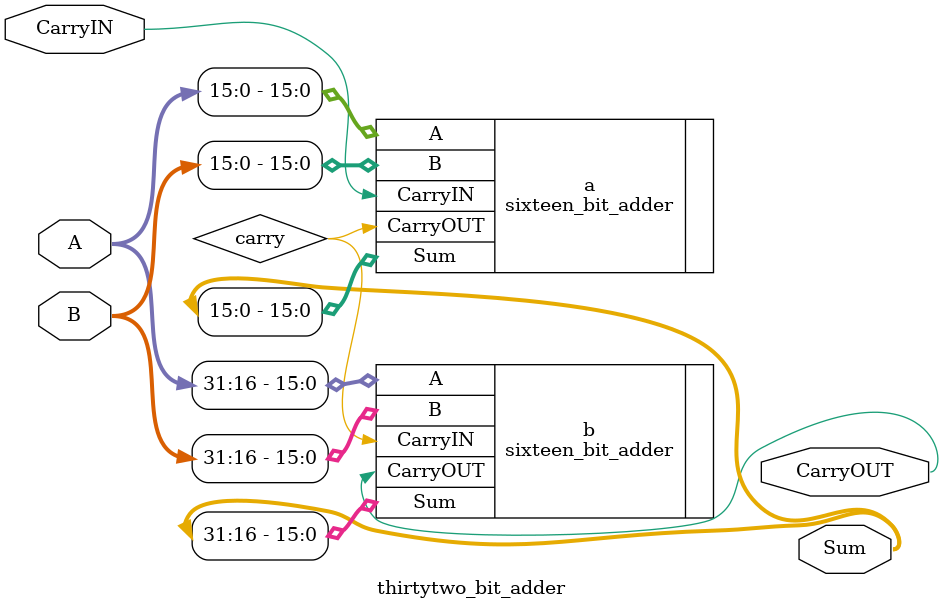
<source format=v>
`timescale 1ns / 1ps

module thirtytwo_bit_adder(
    input[31:0] A, B,
    input CarryIN,
    output[31:0] Sum,
    output CarryOUT
  );
  
  wire carry;
  
  sixteen_bit_adder a(.A(A[15:0]), .B(B[15:0]), .CarryIN(CarryIN), .CarryOUT(carry), .Sum(Sum[15:0]));
  sixteen_bit_adder b(.A(A[31:16]), .B(B[31:16]), .CarryIN(carry), .CarryOUT(CarryOUT), .Sum(Sum[31:16]));
  
endmodule

</source>
